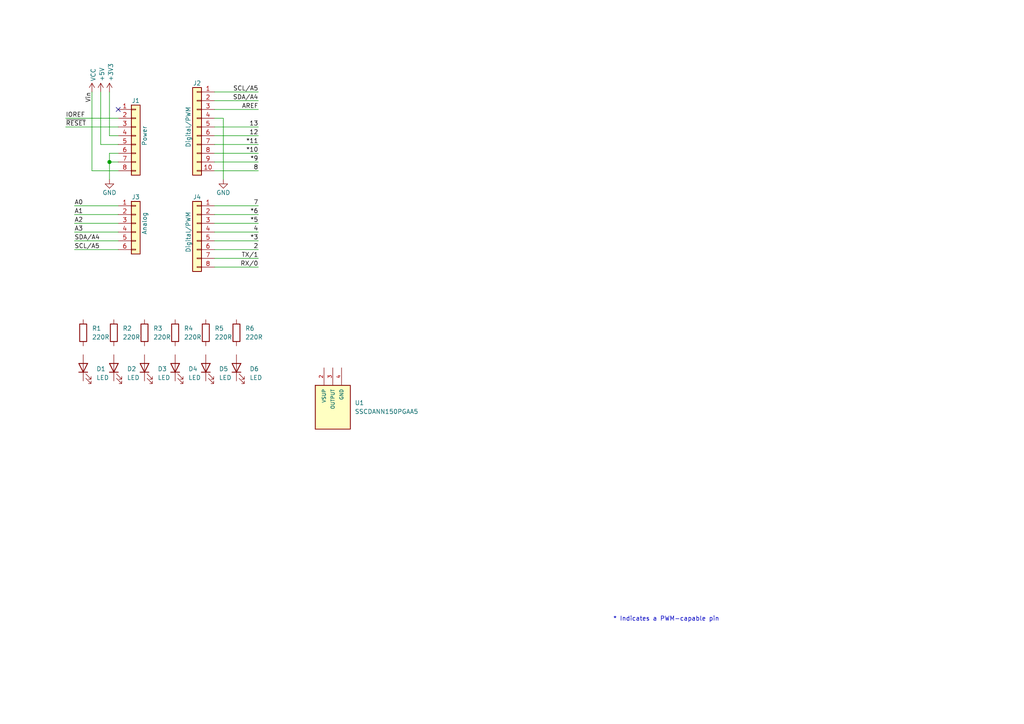
<source format=kicad_sch>
(kicad_sch (version 20231120) (generator "eeschema") (generator_version "8.0")
  (paper "A4")
  (title_block (date "mar. 31 mars 2015"))
  (lib_symbols
    (symbol "Connector_Generic:Conn_01x06" (pin_names (offset 1.016) hide)
      (property "Reference" "J" (at 0 7.62 0))
      (property "Value" "Conn_01x06" (at 0 -10.16 0))
      (symbol "Conn_01x06_1_1"
        (rectangle (start -1.27 -7.493) (end 0 -7.747) (stroke (width 0.1524)))
        (rectangle (start -1.27 -4.953) (end 0 -5.207) (stroke (width 0.1524)))
        (rectangle (start -1.27 -2.413) (end 0 -2.667) (stroke (width 0.1524)))
        (rectangle (start -1.27 0.127) (end 0 -0.127) (stroke (width 0.1524)))
        (rectangle (start -1.27 2.667) (end 0 2.413) (stroke (width 0.1524)))
        (rectangle (start -1.27 5.207) (end 0 4.953) (stroke (width 0.1524)))
        (rectangle (start -1.27 6.35) (end 1.27 -8.89) (stroke (width 0.254)) (fill (type background)))
        (pin passive line (at -5.08 5.08 0) (length 3.81) (name "Pin_1") (number "1"))
        (pin passive line (at -5.08 2.54 0) (length 3.81) (name "Pin_2") (number "2"))
        (pin passive line (at -5.08 0 0) (length 3.81) (name "Pin_3") (number "3"))
        (pin passive line (at -5.08 -2.54 0) (length 3.81) (name "Pin_4") (number "4"))
        (pin passive line (at -5.08 -5.08 0) (length 3.81) (name "Pin_5") (number "5"))
        (pin passive line (at -5.08 -7.62 0) (length 3.81) (name "Pin_6") (number "6"))
      )
    )
    (symbol "Connector_Generic:Conn_01x08" (pin_names (offset 1.016) hide)
      (property "Reference" "J" (at 0 10.16 0))
      (property "Value" "Conn_01x08" (at 0 -12.7 0))
      (symbol "Conn_01x08_1_1"
        (rectangle (start -1.27 -10.033) (end 0 -10.287) (stroke (width 0.1524)))
        (rectangle (start -1.27 -7.493) (end 0 -7.747) (stroke (width 0.1524)))
        (rectangle (start -1.27 -4.953) (end 0 -5.207) (stroke (width 0.1524)))
        (rectangle (start -1.27 -2.413) (end 0 -2.667) (stroke (width 0.1524)))
        (rectangle (start -1.27 0.127) (end 0 -0.127) (stroke (width 0.1524)))
        (rectangle (start -1.27 2.667) (end 0 2.413) (stroke (width 0.1524)))
        (rectangle (start -1.27 5.207) (end 0 4.953) (stroke (width 0.1524)))
        (rectangle (start -1.27 7.747) (end 0 7.493) (stroke (width 0.1524)))
        (rectangle (start -1.27 8.89) (end 1.27 -11.43) (stroke (width 0.254)) (fill (type background)))
        (pin passive line (at -5.08 7.62 0) (length 3.81) (name "Pin_1") (number "1"))
        (pin passive line (at -5.08 5.08 0) (length 3.81) (name "Pin_2") (number "2"))
        (pin passive line (at -5.08 2.54 0) (length 3.81) (name "Pin_3") (number "3"))
        (pin passive line (at -5.08 0 0) (length 3.81) (name "Pin_4") (number "4"))
        (pin passive line (at -5.08 -2.54 0) (length 3.81) (name "Pin_5") (number "5"))
        (pin passive line (at -5.08 -5.08 0) (length 3.81) (name "Pin_6") (number "6"))
        (pin passive line (at -5.08 -7.62 0) (length 3.81) (name "Pin_7") (number "7"))
        (pin passive line (at -5.08 -10.16 0) (length 3.81) (name "Pin_8") (number "8"))
      )
    )
    (symbol "Connector_Generic:Conn_01x10" (pin_names (offset 1.016) hide)
      (property "Reference" "J" (at 0 12.7 0))
      (property "Value" "Conn_01x10" (at 0 -15.24 0))
      (symbol "Conn_01x10_1_1"
        (rectangle (start -1.27 -12.573) (end 0 -12.827) (stroke (width 0.1524)))
        (rectangle (start -1.27 -10.033) (end 0 -10.287) (stroke (width 0.1524)))
        (rectangle (start -1.27 -7.493) (end 0 -7.747) (stroke (width 0.1524)))
        (rectangle (start -1.27 -4.953) (end 0 -5.207) (stroke (width 0.1524)))
        (rectangle (start -1.27 -2.413) (end 0 -2.667) (stroke (width 0.1524)))
        (rectangle (start -1.27 0.127) (end 0 -0.127) (stroke (width 0.1524)))
        (rectangle (start -1.27 2.667) (end 0 2.413) (stroke (width 0.1524)))
        (rectangle (start -1.27 5.207) (end 0 4.953) (stroke (width 0.1524)))
        (rectangle (start -1.27 7.747) (end 0 7.493) (stroke (width 0.1524)))
        (rectangle (start -1.27 10.287) (end 0 10.033) (stroke (width 0.1524)))
        (rectangle (start -1.27 11.43) (end 1.27 -13.97) (stroke (width 0.254)) (fill (type background)))
        (pin passive line (at -5.08 10.16 0) (length 3.81) (name "Pin_1") (number "1"))
        (pin passive line (at -5.08 -12.7 0) (length 3.81) (name "Pin_10") (number "10"))
        (pin passive line (at -5.08 7.62 0) (length 3.81) (name "Pin_2") (number "2"))
        (pin passive line (at -5.08 5.08 0) (length 3.81) (name "Pin_3") (number "3"))
        (pin passive line (at -5.08 2.54 0) (length 3.81) (name "Pin_4") (number "4"))
        (pin passive line (at -5.08 0 0) (length 3.81) (name "Pin_5") (number "5"))
        (pin passive line (at -5.08 -2.54 0) (length 3.81) (name "Pin_6") (number "6"))
        (pin passive line (at -5.08 -5.08 0) (length 3.81) (name "Pin_7") (number "7"))
        (pin passive line (at -5.08 -7.62 0) (length 3.81) (name "Pin_8") (number "8"))
        (pin passive line (at -5.08 -10.16 0) (length 3.81) (name "Pin_9") (number "9"))
      )
    )
    (symbol "Device:LED" (pin_numbers hide) (pin_names (offset 1.016) hide)
      (property "Reference" "D" (at 0 2.54 0))
      (property "Value" "LED" (at 0 -2.54 0))
      (symbol "LED_0_1"
        (polyline (pts (xy -1.27 -1.27) (xy -1.27 1.27)) (stroke (width 0.254)))
        (polyline (pts (xy -1.27 0) (xy 1.27 0)))
        (polyline (pts (xy 1.27 -1.27) (xy 1.27 1.27) (xy -1.27 0) (xy 1.27 -1.27)) (stroke (width 0.254)))
        (polyline (pts (xy -3.048 -0.762) (xy -4.572 -2.286) (xy -3.81 -2.286) (xy -4.572 -2.286) (xy -4.572 -1.524)))
        (polyline (pts (xy -1.778 -0.762) (xy -3.302 -2.286) (xy -2.54 -2.286) (xy -3.302 -2.286) (xy -3.302 -1.524)))
      )
      (symbol "LED_1_1"
        (pin passive line (at -3.81 0 0) (length 2.54) (name "K") (number "1"))
        (pin passive line (at 3.81 0 180) (length 2.54) (name "A") (number "2"))
      )
    )
    (symbol "Device:R" (pin_numbers hide) (pin_names (offset 0))
      (property "Reference" "R" (at 2.032 0 90))
      (property "Value" "R" (at 0 0 90))
      (symbol "R_0_1"
        (rectangle (start -1.016 -2.54) (end 1.016 2.54) (stroke (width 0.254)))
      )
      (symbol "R_1_1"
        (pin passive line (at 0 3.81 270) (length 1.27) (name "~") (number "1"))
        (pin passive line (at 0 -3.81 90) (length 1.27) (name "~") (number "2"))
      )
    )
    (symbol "SSCDANN150PGAA5:SSCDANN150PGAA5" (pin_names (offset 1.016))
      (property "Reference" "U" (at -5.0827 5.591 0))
      (property "Value" "SSCDANN150PGAA5" (at -4.8291 -6.6083 0))
      (symbol "SSCDANN150PGAA5_0_0"
        (rectangle (start -5.08 -5.08) (end 7.62 5.08) (stroke (width 0.254)) (fill (type background)))
        (pin power_in line (at 12.7 2.54 180) (length 5.08) (name "VSUP") (number "2"))
        (pin output line (at 12.7 0 180) (length 5.08) (name "OUTPUT") (number "3"))
        (pin power_in line (at 12.7 -2.54 180) (length 5.08) (name "GND") (number "4"))
      )
    )
    (symbol "power:+3V3" (power) (pin_names (offset 0))
      (property "Value" "+3V3" (at 0 3.556 0))
      (symbol "+3V3_0_1"
        (polyline (pts (xy -0.762 1.27) (xy 0 2.54)))
        (polyline (pts (xy 0 0) (xy 0 2.54)))
        (polyline (pts (xy 0 2.54) (xy 0.762 1.27)))
      )
      (symbol "+3V3_1_1"
        (pin power_in line (at 0 0 90) (length 0) hide (name "+3V3") (number "1"))
      )
    )
    (symbol "power:+5V" (power) (pin_names (offset 0))
      (property "Value" "+5V" (at 0 3.556 0))
      (symbol "+5V_0_1"
        (polyline (pts (xy -0.762 1.27) (xy 0 2.54)))
        (polyline (pts (xy 0 0) (xy 0 2.54)))
        (polyline (pts (xy 0 2.54) (xy 0.762 1.27)))
      )
      (symbol "+5V_1_1"
        (pin power_in line (at 0 0 90) (length 0) hide (name "+5V") (number "1"))
      )
    )
    (symbol "power:GND" (power) (pin_names (offset 0))
      (property "Value" "GND" (at 0 -3.81 0))
      (symbol "GND_0_1"
        (polyline (pts (xy 0 0) (xy 0 -1.27) (xy 1.27 -1.27) (xy 0 -2.54) (xy -1.27 -1.27) (xy 0 -1.27)))
      )
      (symbol "GND_1_1"
        (pin power_in line (at 0 0 270) (length 0) hide (name "GND") (number "1"))
      )
    )
    (symbol "power:VCC" (power) (pin_names (offset 0))
      (property "Value" "VCC" (at 0 3.81 0))
      (symbol "VCC_0_1"
        (polyline (pts (xy -0.762 1.27) (xy 0 2.54)))
        (polyline (pts (xy 0 0) (xy 0 2.54)))
        (polyline (pts (xy 0 2.54) (xy 0.762 1.27)))
      )
      (symbol "VCC_1_1"
        (pin power_in line (at 0 0 90) (length 0) hide (name "VCC") (number "1"))
      )
    )
  )
  (junction (at 31.75 46.99) (diameter 1.016))
  (no_connect (at 34.29 31.75))
  (wire (pts (xy 62.23 77.47) (xy 74.93 77.47)))
  (wire (pts (xy 62.23 44.45) (xy 74.93 44.45)))
  (wire (pts (xy 62.23 26.67) (xy 74.93 26.67)))
  (wire (pts (xy 31.75 44.45) (xy 31.75 46.99)))
  (wire (pts (xy 21.59 72.39) (xy 34.29 72.39)))
  (wire (pts (xy 31.75 46.99) (xy 31.75 52.07)))
  (wire (pts (xy 31.75 39.37) (xy 34.29 39.37)))
  (wire (pts (xy 29.21 41.91) (xy 34.29 41.91)))
  (wire (pts (xy 29.21 26.67) (xy 29.21 41.91)))
  (wire (pts (xy 62.23 36.83) (xy 74.93 36.83)))
  (wire (pts (xy 31.75 26.67) (xy 31.75 39.37)))
  (wire (pts (xy 62.23 59.69) (xy 74.93 59.69)))
  (wire (pts (xy 34.29 59.69) (xy 21.59 59.69)))
  (wire (pts (xy 62.23 39.37) (xy 74.93 39.37)))
  (wire (pts (xy 62.23 62.23) (xy 74.93 62.23)))
  (wire (pts (xy 62.23 46.99) (xy 74.93 46.99)))
  (wire (pts (xy 62.23 67.31) (xy 74.93 67.31)))
  (wire (pts (xy 19.05 34.29) (xy 34.29 34.29)))
  (wire (pts (xy 64.77 34.29) (xy 64.77 52.07)))
  (wire (pts (xy 62.23 31.75) (xy 74.93 31.75)))
  (wire (pts (xy 34.29 64.77) (xy 21.59 64.77)))
  (wire (pts (xy 19.05 36.83) (xy 34.29 36.83)))
  (wire (pts (xy 34.29 46.99) (xy 31.75 46.99)))
  (wire (pts (xy 34.29 49.53) (xy 26.67 49.53)))
  (wire (pts (xy 21.59 62.23) (xy 34.29 62.23)))
  (wire (pts (xy 62.23 34.29) (xy 64.77 34.29)))
  (wire (pts (xy 34.29 44.45) (xy 31.75 44.45)))
  (wire (pts (xy 62.23 41.91) (xy 74.93 41.91)))
  (wire (pts (xy 62.23 64.77) (xy 74.93 64.77)))
  (wire (pts (xy 21.59 67.31) (xy 34.29 67.31)))
  (wire (pts (xy 62.23 29.21) (xy 74.93 29.21)))
  (wire (pts (xy 62.23 72.39) (xy 74.93 72.39)))
  (wire (pts (xy 62.23 69.85) (xy 74.93 69.85)))
  (wire (pts (xy 62.23 74.93) (xy 74.93 74.93)))
  (wire (pts (xy 26.67 49.53) (xy 26.67 26.67)))
  (wire (pts (xy 34.29 69.85) (xy 21.59 69.85)))
  (wire (pts (xy 62.23 49.53) (xy 74.93 49.53)))
  (text "* Indicates a PWM-capable pin" (at 177.8 180.34 0) (effects (font (size 1.27 1.27)) (justify left bottom)))
  (label "RX{slash}0" (at 74.93 77.47 180))
  (label "A2" (at 21.59 64.77 0))
  (label "4" (at 74.93 67.31 180))
  (label "2" (at 74.93 72.39 180))
  (label "A3" (at 21.59 67.31 0))
  (label "13" (at 74.93 36.83 180))
  (label "12" (at 74.93 39.37 180))
  (label "~{RESET}" (at 19.05 36.83 0))
  (label "*10" (at 74.93 44.45 180))
  (label "7" (at 74.93 59.69 180))
  (label "SDA{slash}A4" (at 74.93 29.21 180))
  (label "8" (at 74.93 49.53 180))
  (label "*11" (at 74.93 41.91 180))
  (label "*3" (at 74.93 69.85 180))
  (label "A1" (at 21.59 62.23 0))
  (label "TX{slash}1" (at 74.93 74.93 180))
  (label "A0" (at 21.59 59.69 0))
  (label "AREF" (at 74.93 31.75 180))
  (label "Vin" (at 26.67 26.67 270))
  (label "*6" (at 74.93 62.23 180))
  (label "SCL{slash}A5" (at 74.93 26.67 180))
  (label "*9" (at 74.93 46.99 180))
  (label "*5" (at 74.93 64.77 180))
  (label "IOREF" (at 19.05 34.29 0))
  (label "SDA{slash}A4" (at 21.59 69.85 0))
  (label "SCL{slash}A5" (at 21.59 72.39 0))
  (symbol (lib_id "Connector_Generic:Conn_01x08") (at 39.37 39.37 0) (unit 1)
    (property "Reference" "J1" (at 39.37 29.21 0))
    (property "Value" "Power" (at 41.91 39.37 90))
    (property "Footprint" "Connector_PinSocket_2.54mm:PinSocket_1x08_P2.54mm_Vertical" (effects (hide yes)))
  )
  (symbol (lib_id "power:+3V3") (at 31.75 26.67 0) (unit 1)
    (property "Reference" "#PWR03" (effects (hide yes)))
    (property "Value" "+3V3" (at 32.131 23.622 90) (effects (justify left)))
  )
  (symbol (lib_id "power:+5V") (at 29.21 26.67 0) (unit 1)
    (property "Reference" "#PWR02" (effects (hide yes)))
    (property "Value" "+5V" (at 29.5656 23.622 90) (effects (justify left)))
  )
  (symbol (lib_id "power:GND") (at 31.75 52.07 0) (unit 1)
    (property "Reference" "#PWR04" (effects (hide yes)))
    (property "Value" "GND" (at 31.75 55.88 0))
  )
  (symbol (lib_id "Connector_Generic:Conn_01x10") (at 57.15 36.83 0) (mirror y) (unit 1)
    (property "Reference" "J2" (at 57.15 24.13 0))
    (property "Value" "Digital/PWM" (at 54.61 36.83 90))
    (property "Footprint" "Connector_PinSocket_2.54mm:PinSocket_1x10_P2.54mm_Vertical" (effects (hide yes)))
  )
  (symbol (lib_id "power:GND") (at 64.77 52.07 0) (unit 1)
    (property "Reference" "#PWR05" (effects (hide yes)))
    (property "Value" "GND" (at 64.77 55.88 0))
  )
  (symbol (lib_id "Connector_Generic:Conn_01x06") (at 39.37 64.77 0) (unit 1)
    (property "Reference" "J3" (at 39.37 57.15 0))
    (property "Value" "Analog" (at 41.91 64.77 90))
    (property "Footprint" "Connector_PinSocket_2.54mm:PinSocket_1x06_P2.54mm_Vertical" (effects (hide yes)))
  )
  (symbol (lib_id "Connector_Generic:Conn_01x08") (at 57.15 67.31 0) (mirror y) (unit 1)
    (property "Reference" "J4" (at 57.15 57.15 0))
    (property "Value" "Digital/PWM" (at 54.61 67.31 90))
    (property "Footprint" "Connector_PinSocket_2.54mm:PinSocket_1x08_P2.54mm_Vertical" (effects (hide yes)))
  )
  (symbol (lib_id "Device:R") (at 59.69 96.52 0) (unit 1)
    (property "Reference" "R5" (at 62.23 95.2499 0) (effects (justify left)))
    (property "Value" "220R" (at 62.23 97.7899 0) (effects (justify left)))
    (property "Footprint" "Resistor_THT:R_Axial_DIN0207_L6.3mm_D2.5mm_P10.16mm_Horizontal" (effects (hide yes)))
    (property "Description" "Resistor" (effects (hide yes)))
  )
  (symbol (lib_id "Device:R") (at 41.91 96.52 0) (unit 1)
    (property "Reference" "R3" (at 44.45 95.2499 0) (effects (justify left)))
    (property "Value" "220R" (at 44.45 97.7899 0) (effects (justify left)))
    (property "Footprint" "Resistor_THT:R_Axial_DIN0207_L6.3mm_D2.5mm_P10.16mm_Horizontal" (effects (hide yes)))
    (property "Description" "Resistor" (effects (hide yes)))
  )
  (symbol (lib_id "Device:R") (at 50.8 96.52 0) (unit 1)
    (property "Reference" "R4" (at 53.34 95.2499 0) (effects (justify left)))
    (property "Value" "220R" (at 53.34 97.7899 0) (effects (justify left)))
    (property "Footprint" "Resistor_THT:R_Axial_DIN0207_L6.3mm_D2.5mm_P10.16mm_Horizontal" (effects (hide yes)))
    (property "Description" "Resistor" (effects (hide yes)))
  )
  (symbol (lib_id "power:VCC") (at 26.67 26.67 0) (unit 1)
    (property "Reference" "#PWR01" (effects (hide yes)))
    (property "Value" "VCC" (at 27.051 23.622 90) (effects (justify left)))
  )
  (symbol (lib_id "Device:LED") (at 24.13 106.68 90) (unit 1)
    (property "Reference" "D1" (at 27.94 106.9974 90) (effects (justify right)))
    (property "Value" "LED" (at 27.94 109.5374 90) (effects (justify right)))
    (property "Footprint" "LED_THT:LED_D3.0mm_Horizontal_O3.81mm_Z10.0mm" (effects (hide yes)))
    (property "Description" "Light emitting diode" (effects (hide yes)))
  )
  (symbol (lib_id "Device:LED") (at 33.02 106.68 90) (unit 1)
    (property "Reference" "D2" (at 36.83 106.9974 90) (effects (justify right)))
    (property "Value" "LED" (at 36.83 109.5374 90) (effects (justify right)))
    (property "Footprint" "LED_THT:LED_D3.0mm_Horizontal_O3.81mm_Z10.0mm" (effects (hide yes)))
    (property "Description" "Light emitting diode" (effects (hide yes)))
  )
  (symbol (lib_id "Device:LED") (at 59.69 106.68 90) (unit 1)
    (property "Reference" "D5" (at 63.5 106.9974 90) (effects (justify right)))
    (property "Value" "LED" (at 63.5 109.5374 90) (effects (justify right)))
    (property "Footprint" "LED_THT:LED_D3.0mm_Horizontal_O3.81mm_Z10.0mm" (effects (hide yes)))
    (property "Description" "Light emitting diode" (effects (hide yes)))
  )
  (symbol (lib_id "Device:R") (at 68.58 96.52 0) (unit 1)
    (property "Reference" "R6" (at 71.12 95.2499 0) (effects (justify left)))
    (property "Value" "220R" (at 71.12 97.7899 0) (effects (justify left)))
    (property "Footprint" "Resistor_THT:R_Axial_DIN0207_L6.3mm_D2.5mm_P10.16mm_Horizontal" (effects (hide yes)))
    (property "Description" "Resistor" (effects (hide yes)))
  )
  (symbol (lib_id "Device:LED") (at 41.91 106.68 90) (unit 1)
    (property "Reference" "D3" (at 45.72 106.9974 90) (effects (justify right)))
    (property "Value" "LED" (at 45.72 109.5374 90) (effects (justify right)))
    (property "Footprint" "LED_THT:LED_D3.0mm_Horizontal_O3.81mm_Z10.0mm" (effects (hide yes)))
    (property "Description" "Light emitting diode" (effects (hide yes)))
  )
  (symbol (lib_id "Device:R") (at 24.13 96.52 0) (unit 1)
    (property "Reference" "R1" (at 26.67 95.2499 0) (effects (justify left)))
    (property "Value" "220R" (at 26.67 97.7899 0) (effects (justify left)))
    (property "Footprint" "Resistor_THT:R_Axial_DIN0207_L6.3mm_D2.5mm_P10.16mm_Horizontal" (effects (hide yes)))
    (property "Description" "Resistor" (effects (hide yes)))
  )
  (symbol (lib_id "Device:R") (at 33.02 96.52 0) (unit 1)
    (property "Reference" "R2" (at 35.56 95.2499 0) (effects (justify left)))
    (property "Value" "220R" (at 35.56 97.7899 0) (effects (justify left)))
    (property "Footprint" "Resistor_THT:R_Axial_DIN0207_L6.3mm_D2.5mm_P10.16mm_Horizontal" (effects (hide yes)))
    (property "Description" "Resistor" (effects (hide yes)))
  )
  (symbol (lib_id "Device:LED") (at 50.8 106.68 90) (unit 1)
    (property "Reference" "D4" (at 54.61 106.9974 90) (effects (justify right)))
    (property "Value" "LED" (at 54.61 109.5374 90) (effects (justify right)))
    (property "Footprint" "LED_THT:LED_D3.0mm_Horizontal_O3.81mm_Z10.0mm" (effects (hide yes)))
    (property "Description" "Light emitting diode" (effects (hide yes)))
  )
  (symbol (lib_id "SSCDANN150PGAA5:SSCDANN150PGAA5") (at 96.52 119.38 90) (unit 1)
    (property "Reference" "U1" (at 102.87 116.8399 90) (effects (justify right)))
    (property "Value" "SSCDANN150PGAA5" (at 102.87 119.3799 90) (effects (justify right)))
    (property "Footprint" "libs:XDCR_SSCDANN150PGAA5" (effects (hide yes)))
    (property "MANUFACTURER" "HONEYWELL" (effects (hide yes)))
  )
  (symbol (lib_id "Device:LED") (at 68.58 106.68 90) (unit 1)
    (property "Reference" "D6" (at 72.39 106.9974 90) (effects (justify right)))
    (property "Value" "LED" (at 72.39 109.5374 90) (effects (justify right)))
    (property "Footprint" "LED_THT:LED_D3.0mm_Horizontal_O3.81mm_Z10.0mm" (effects (hide yes)))
    (property "Description" "Light emitting diode" (effects (hide yes)))
  )
)
</source>
